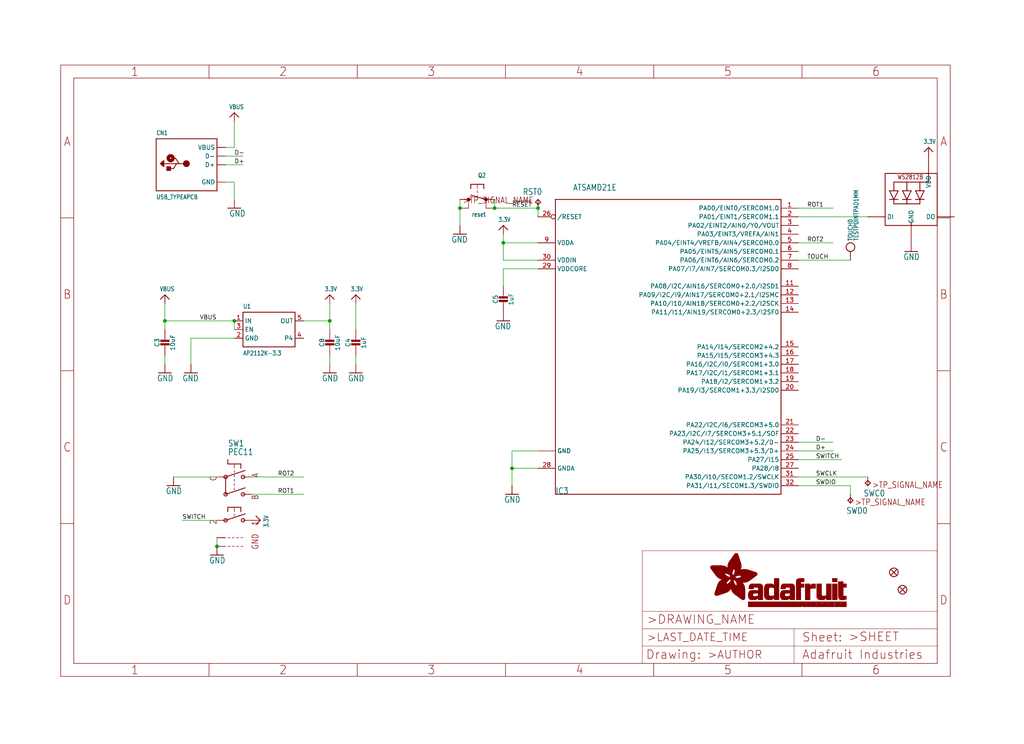
<source format=kicad_sch>
(kicad_sch (version 20211123) (generator eeschema)
  (paper "User" 299.72 217.881)
  (lib_symbols
    (symbol "schematicEagle-eagle-import:3.3V" (power)
      (property "Value" "3.3V" (at -1.524 1.016 0))
      (symbol "3.3V_1_0"
        (pin power_in line (at 0 -2.54 90) (length 2.54) (name "3.3V") (number "1"))
      )
    )
    (symbol "schematicEagle-eagle-import:ATSAMD21E"
      (property "Reference" "IC" (at -35.56 -43.18 0))
      (property "Value" "ATSAMD21E" (at -30.48 45.72 0))
      (symbol "ATSAMD21E_1_0"
        (pin bidirectional line (at 35.56 40.64 180) (length 5.08) (name "PA00/EINT0/SERCOM1.0") (number "1"))
        (pin power_in line (at -40.64 -30.48 0) (length 5.08) (name "GND") (number "10"))
        (pin bidirectional line (at 35.56 17.78 180) (length 5.08) (name "PA08/I2C/AIN16/SERCOM0+2.0/I2SD1") (number "11"))
        (pin bidirectional line (at 35.56 15.24 180) (length 5.08) (name "PA09/I2C/I9/AIN17/SERCOM0+2.1/I2SMC") (number "12"))
        (pin bidirectional line (at 35.56 12.7 180) (length 5.08) (name "PA10/I10/AIN18/SERCOM0+2.2/I2SCK") (number "13"))
        (pin bidirectional line (at 35.56 10.16 180) (length 5.08) (name "PA11/I11/AIN19/SERCOM0+2.3/I2SF0") (number "14"))
        (pin bidirectional line (at 35.56 0 180) (length 5.08) (name "PA14/I14/SERCOM2+4.2") (number "15"))
        (pin bidirectional line (at 35.56 -2.54 180) (length 5.08) (name "PA15/I15/SERCOM3+4.3") (number "16"))
        (pin bidirectional line (at 35.56 -5.08 180) (length 5.08) (name "PA16/I2C/I0/SERCOM1+3.0") (number "17"))
        (pin bidirectional line (at 35.56 -7.62 180) (length 5.08) (name "PA17/I2C/I1/SERCOM1+3.1") (number "18"))
        (pin bidirectional line (at 35.56 -10.16 180) (length 5.08) (name "PA18/I2/SERCOM1+3.2") (number "19"))
        (pin bidirectional line (at 35.56 38.1 180) (length 5.08) (name "PA01/EINT1/SERCOM1.1") (number "2"))
        (pin bidirectional line (at 35.56 -12.7 180) (length 5.08) (name "PA19/I3/SERCOM1+3.3/I2SD0") (number "20"))
        (pin bidirectional line (at 35.56 -22.86 180) (length 5.08) (name "PA22/I2C/I6/SERCOM3+5.0") (number "21"))
        (pin bidirectional line (at 35.56 -25.4 180) (length 5.08) (name "PA23/I2C/I7/SERCOM3+5.1/SOF") (number "22"))
        (pin bidirectional line (at 35.56 -27.94 180) (length 5.08) (name "PA24/I12/SERCOM3+5.2/D-") (number "23"))
        (pin bidirectional line (at 35.56 -30.48 180) (length 5.08) (name "PA25/I13/SERCOM3+5.3/D+") (number "24"))
        (pin bidirectional line (at 35.56 -33.02 180) (length 5.08) (name "PA27/I15") (number "25"))
        (pin bidirectional inverted (at -40.64 38.1 0) (length 5.08) (name "/RESET") (number "26"))
        (pin bidirectional line (at 35.56 -35.56 180) (length 5.08) (name "PA28/I8") (number "27"))
        (pin power_in line (at -40.64 -35.56 0) (length 5.08) (name "GNDA") (number "28"))
        (pin power_in line (at -40.64 22.86 0) (length 5.08) (name "VDDCORE") (number "29"))
        (pin bidirectional line (at 35.56 35.56 180) (length 5.08) (name "PA02/EINT2/AIN0/Y0/VOUT") (number "3"))
        (pin power_in line (at -40.64 25.4 0) (length 5.08) (name "VDDIN") (number "30"))
        (pin bidirectional line (at 35.56 -38.1 180) (length 5.08) (name "PA30/I10/SECOM1.2/SWCLK") (number "31"))
        (pin bidirectional line (at 35.56 -40.64 180) (length 5.08) (name "PA31/I11/SECOM1.3/SWDIO") (number "32"))
        (pin power_in line (at -40.64 -30.48 0) (length 5.08) (name "GND") (number "33"))
        (pin bidirectional line (at 35.56 33.02 180) (length 5.08) (name "PA03/EINT3/VREFA/AIN1") (number "4"))
        (pin bidirectional line (at 35.56 30.48 180) (length 5.08) (name "PA04/EINT4/VREFB/AIN4/SERCOM0.0") (number "5"))
        (pin bidirectional line (at 35.56 27.94 180) (length 5.08) (name "PA05/EINT5/AIN5/SERCOM0.1") (number "6"))
        (pin bidirectional line (at 35.56 25.4 180) (length 5.08) (name "PA06/EINT6/AIN6/SERCOM0.2") (number "7"))
        (pin bidirectional line (at 35.56 22.86 180) (length 5.08) (name "PA07/I7/AIN7/SERCOM0.3/I2SD0") (number "8"))
        (pin power_in line (at -40.64 30.48 0) (length 5.08) (name "VDDA") (number "9"))
      )
    )
    (symbol "schematicEagle-eagle-import:CAP_CERAMIC0603_NO"
      (property "Reference" "C" (at -2.29 1.25 90))
      (property "Value" "CAP_CERAMIC0603_NO" (at 2.3 1.25 90))
      (symbol "CAP_CERAMIC0603_NO_1_0"
        (pin passive line (at 0 5.08 270) (length 2.54) (name "1") (number "1"))
        (pin passive line (at 0 -2.54 90) (length 2.54) (name "2") (number "2"))
      )
    )
    (symbol "schematicEagle-eagle-import:CAP_CERAMIC0805-NOOUTLINE"
      (property "Reference" "C" (at -2.29 1.25 90))
      (property "Value" "CAP_CERAMIC0805-NOOUTLINE" (at 2.3 1.25 90))
      (symbol "CAP_CERAMIC0805-NOOUTLINE_1_0"
        (pin passive line (at 0 5.08 270) (length 2.54) (name "1") (number "1"))
        (pin passive line (at 0 -2.54 90) (length 2.54) (name "2") (number "2"))
      )
    )
    (symbol "schematicEagle-eagle-import:ENCODER_PLUS_SWITCH_PEC11"
      (property "Reference" "SW" (at -1.905 13.97 0))
      (property "Value" "ENCODER_PLUS_SWITCH_PEC11" (at -1.905 11.43 0))
      (symbol "ENCODER_PLUS_SWITCH_PEC11_1_0"
        (text "1" (at 5.08 -7.62 900) (effects (font (size 1.778 1.5113)) (justify right top)))
        (text "2" (at -5.08 -8.89 900) (effects (font (size 1.778 1.5113)) (justify left bottom)))
        (text "A" (at 5.08 6.35 900) (effects (font (size 1.778 1.5113)) (justify right top)))
        (text "B" (at 5.08 0 900) (effects (font (size 1.778 1.5113)) (justify right top)))
        (text "C" (at -5.08 3.81 900) (effects (font (size 1.778 1.5113)) (justify left bottom)))
        (text "GND" (at 5.08 -11.43 900) (effects (font (size 1.778 1.5113)) (justify right top)))
        (pin passive line (at 5.08 -7.62 180) (length 2.54) (name "P$1") (number "P$1"))
        (pin passive line (at -5.08 -7.62 0) (length 2.54) (name "P$2") (number "P$2"))
        (pin passive line (at 5.08 5.08 180) (length 2.54) (name "P$A") (number "P$A"))
        (pin passive line (at 5.08 0 180) (length 2.54) (name "P$B") (number "P$B"))
        (pin passive line (at -5.08 5.08 0) (length 2.54) (name "P$C") (number "P$C"))
        (pin passive line (at -5.08 -12.7 0) (length 2.54) (name "P$GND1") (number "P$GND1"))
        (pin passive line (at -5.08 -15.24 0) (length 2.54) (name "P$GND2") (number "P$GND2"))
      )
    )
    (symbol "schematicEagle-eagle-import:FIDUCIAL_1MM")
    (symbol "schematicEagle-eagle-import:FRAME_A4_ADAFRUIT"
      (symbol "FRAME_A4_ADAFRUIT_0_0"
        (text "1" (at 21.6958 1.905 0) (effects (font (size 2.54 2.286))))
        (text "1" (at 21.6958 177.165 0) (effects (font (size 2.54 2.286))))
        (text "2" (at 65.0875 1.905 0) (effects (font (size 2.54 2.286))))
        (text "2" (at 65.0875 177.165 0) (effects (font (size 2.54 2.286))))
        (text "3" (at 108.4792 1.905 0) (effects (font (size 2.54 2.286))))
        (text "3" (at 108.4792 177.165 0) (effects (font (size 2.54 2.286))))
        (text "4" (at 151.8708 1.905 0) (effects (font (size 2.54 2.286))))
        (text "4" (at 151.8708 177.165 0) (effects (font (size 2.54 2.286))))
        (text "5" (at 195.2625 1.905 0) (effects (font (size 2.54 2.286))))
        (text "5" (at 195.2625 177.165 0) (effects (font (size 2.54 2.286))))
        (text "6" (at 238.6542 1.905 0) (effects (font (size 2.54 2.286))))
        (text "6" (at 238.6542 177.165 0) (effects (font (size 2.54 2.286))))
        (text "A" (at 1.905 156.6863 0) (effects (font (size 2.54 2.286))))
        (text "A" (at 258.445 156.6863 0) (effects (font (size 2.54 2.286))))
        (text "B" (at 1.905 111.9188 0) (effects (font (size 2.54 2.286))))
        (text "B" (at 258.445 111.9188 0) (effects (font (size 2.54 2.286))))
        (text "C" (at 1.905 67.1513 0) (effects (font (size 2.54 2.286))))
        (text "C" (at 258.445 67.1513 0) (effects (font (size 2.54 2.286))))
        (text "D" (at 1.905 22.3838 0) (effects (font (size 2.54 2.286))))
        (text "D" (at 258.445 22.3838 0) (effects (font (size 2.54 2.286))))
      )
      (symbol "FRAME_A4_ADAFRUIT_1_0"
        (text ">AUTHOR" (at 189.23 5.08 0) (effects (font (size 2.286 2.286)) (justify left bottom)))
        (text ">DRAWING_NAME" (at 171.45 15.24 0) (effects (font (size 2.54 2.54)) (justify left bottom)))
        (text ">LAST_DATE_TIME" (at 171.45 10.16 0) (effects (font (size 2.286 2.286)) (justify left bottom)))
        (text ">SHEET" (at 230.505 10.16 0) (effects (font (size 2.54 2.54)) (justify left bottom)))
        (text "Adafruit Industries" (at 216.916 4.953 0) (effects (font (size 2.54 2.54)) (justify left bottom)))
        (text "Drawing:" (at 171.196 4.953 0) (effects (font (size 2.54 2.54)) (justify left bottom)))
        (text "Sheet:" (at 216.916 10.033 0) (effects (font (size 2.54 2.54)) (justify left bottom)))
      )
    )
    (symbol "schematicEagle-eagle-import:GND" (power)
      (property "Value" "GND" (at -2.54 -2.54 0))
      (symbol "GND_1_0"
        (pin power_in line (at 0 2.54 270) (length 2.54) (name "GND") (number "1"))
      )
    )
    (symbol "schematicEagle-eagle-import:SWITCH_TACT_SMT4.6X2.8"
      (property "Reference" "SW" (at -2.54 6.35 0))
      (property "Value" "SWITCH_TACT_SMT4.6X2.8" (at -2.54 -5.08 0))
      (symbol "SWITCH_TACT_SMT4.6X2.8_1_0"
        (pin passive line (at -5.08 0 0) (length 2.54) (name "P") (number "A"))
        (pin passive line (at -5.08 -2.54 0) (length 2.54) (name "P1") (number "A'"))
        (pin passive line (at 5.08 0 180) (length 2.54) (name "S") (number "B"))
        (pin passive line (at 5.08 -2.54 180) (length 2.54) (name "S1") (number "B'"))
      )
    )
    (symbol "schematicEagle-eagle-import:TESTPOINTPAD1MM"
      (property "Reference" "TP" (at 0 5.588 90))
      (property "Value" "TESTPOINTPAD1MM" (at 1.651 5.588 90))
      (symbol "TESTPOINTPAD1MM_1_0"
        (pin bidirectional line (at 0 0 90) (length 2.54) (name "P$1") (number "P$1"))
      )
    )
    (symbol "schematicEagle-eagle-import:TPTP16R"
      (property "Reference" "TP" (at -1.27 1.27 0))
      (symbol "TPTP16R_1_0"
        (text ">TP_SIGNAL_NAME" (at 1.27 -1.27 0) (effects (font (size 1.778 1.5113)) (justify left bottom)))
        (pin input line (at 0 -2.54 90) (length 2.54) (name "TP") (number "TP"))
      )
    )
    (symbol "schematicEagle-eagle-import:USB_TYPEAPCB"
      (property "Reference" "X" (at -10.16 8.636 0))
      (property "Value" "USB_TYPEAPCB" (at -10.16 -10.16 0))
      (symbol "USB_TYPEAPCB_1_0"
        (pin power_in line (at 10.16 -5.08 180) (length 2.54) (name "GND") (number "GND"))
        (pin bidirectional line (at 10.16 2.54 180) (length 2.54) (name "D-") (number "USB_NEG"))
        (pin bidirectional line (at 10.16 0 180) (length 2.54) (name "D+") (number "USB_PLUS"))
        (pin power_in line (at 10.16 5.08 180) (length 2.54) (name "VBUS") (number "VCC"))
      )
    )
    (symbol "schematicEagle-eagle-import:VBUS" (power)
      (property "Value" "VBUS" (at -1.524 1.016 0))
      (symbol "VBUS_1_0"
        (pin power_in line (at 0 -2.54 90) (length 2.54) (name "VBUS") (number "1"))
      )
    )
    (symbol "schematicEagle-eagle-import:VREG_SOT23-5"
      (property "Reference" "U" (at -7.62 6.096 0))
      (property "Value" "VREG_SOT23-5" (at -7.62 -7.62 0))
      (symbol "VREG_SOT23-5_1_0"
        (pin power_in line (at -10.16 2.54 0) (length 2.54) (name "IN") (number "1"))
        (pin power_in line (at -10.16 -2.54 0) (length 2.54) (name "GND") (number "2"))
        (pin input line (at -10.16 0 0) (length 2.54) (name "EN") (number "3"))
        (pin bidirectional line (at 10.16 -2.54 180) (length 2.54) (name "P4") (number "4"))
        (pin power_in line (at 10.16 2.54 180) (length 2.54) (name "OUT") (number "5"))
      )
    )
    (symbol "schematicEagle-eagle-import:WS2812B_SK6805_1515"
      (symbol "WS2812B_SK6805_1515_1_0"
        (text "WS2812B" (at -4.064 8.382 0) (effects (font (size 1.27 1.0795)) (justify left bottom)))
        (pin input line (at -12.7 -2.54 0) (length 5.08) (name "DI") (number "1"))
        (pin power_in line (at 5.08 15.24 270) (length 5.08) (name "VDD") (number "2"))
        (pin output line (at 12.7 -2.54 180) (length 5.08) (name "DO") (number "3"))
        (pin power_in line (at 0 -10.16 90) (length 5.08) (name "GND") (number "4"))
      )
    )
  )
  (junction (at 157.48 60.96))
  (junction (at 134.62 60.96))
  (junction (at 147.32 71.12))
  (junction (at 144.78 60.96))
  (junction (at 48.26 93.98))
  (junction (at 149.86 137.16))
  (junction (at 68.58 93.98))
  (junction (at 63.5 160.02))
  (junction (at 96.52 93.98))
  (wire (pts (xy 157.48 60.96) (xy 157.48 63.5)))
  (wire (pts (xy 68.58 53.34) (xy 68.58 58.42)))
  (wire (pts (xy 48.26 93.98) (xy 68.58 93.98)))
  (wire (pts (xy 147.32 71.12) (xy 147.32 68.58)))
  (wire (pts (xy 48.26 106.68) (xy 48.26 104.14)))
  (wire (pts (xy 233.68 139.7) (xy 254 139.7)))
  (wire (pts (xy 149.86 132.08) (xy 149.86 137.16)))
  (wire (pts (xy 66.04 48.26) (xy 71.12 48.26)))
  (wire (pts (xy 134.62 58.42) (xy 134.62 60.96)))
  (wire (pts (xy 73.66 139.7) (xy 88.9 139.7)))
  (wire (pts (xy 233.68 129.54) (xy 243.84 129.54)))
  (wire (pts (xy 63.5 139.7) (xy 50.8 139.7)))
  (wire (pts (xy 96.52 93.98) (xy 88.9 93.98)))
  (wire (pts (xy 96.52 93.98) (xy 96.52 96.52)))
  (wire (pts (xy 149.86 137.16) (xy 149.86 142.24)))
  (wire (pts (xy 147.32 78.74) (xy 147.32 83.82)))
  (wire (pts (xy 233.68 60.96) (xy 243.84 60.96)))
  (wire (pts (xy 68.58 35.56) (xy 68.58 43.18)))
  (wire (pts (xy 157.48 137.16) (xy 149.86 137.16)))
  (wire (pts (xy 66.04 53.34) (xy 68.58 53.34)))
  (wire (pts (xy 73.66 144.78) (xy 88.9 144.78)))
  (wire (pts (xy 144.78 60.96) (xy 157.48 60.96)))
  (wire (pts (xy 157.48 78.74) (xy 147.32 78.74)))
  (wire (pts (xy 157.48 71.12) (xy 147.32 71.12)))
  (wire (pts (xy 96.52 88.9) (xy 96.52 93.98)))
  (wire (pts (xy 68.58 99.06) (xy 55.88 99.06)))
  (wire (pts (xy 68.58 96.52) (xy 68.58 93.98)))
  (wire (pts (xy 233.68 142.24) (xy 248.92 142.24)))
  (wire (pts (xy 233.68 76.2) (xy 248.92 76.2)))
  (wire (pts (xy 48.26 93.98) (xy 48.26 88.9)))
  (wire (pts (xy 248.92 142.24) (xy 248.92 144.78)))
  (wire (pts (xy 66.04 43.18) (xy 68.58 43.18)))
  (wire (pts (xy 48.26 96.52) (xy 48.26 93.98)))
  (wire (pts (xy 157.48 132.08) (xy 149.86 132.08)))
  (wire (pts (xy 233.68 63.5) (xy 254 63.5)))
  (wire (pts (xy 144.78 60.96) (xy 144.78 58.42)))
  (wire (pts (xy 157.48 76.2) (xy 147.32 76.2)))
  (wire (pts (xy 134.62 66.04) (xy 134.62 60.96)))
  (wire (pts (xy 96.52 106.68) (xy 96.52 104.14)))
  (wire (pts (xy 63.5 160.02) (xy 63.5 157.48)))
  (wire (pts (xy 55.88 99.06) (xy 55.88 106.68)))
  (wire (pts (xy 104.14 88.9) (xy 104.14 96.52)))
  (wire (pts (xy 63.5 152.4) (xy 53.34 152.4)))
  (wire (pts (xy 66.04 45.72) (xy 71.12 45.72)))
  (wire (pts (xy 104.14 106.68) (xy 104.14 104.14)))
  (wire (pts (xy 233.68 71.12) (xy 243.84 71.12)))
  (wire (pts (xy 233.68 134.62) (xy 246.38 134.62)))
  (wire (pts (xy 243.84 132.08) (xy 233.68 132.08)))
  (wire (pts (xy 147.32 76.2) (xy 147.32 71.12)))
  (label "TOUCH" (at 236.22 76.2 0) (effects (font (size 1.2446 1.2446))))
  (label "D-" (at 238.76 129.54 0) (effects (font (size 1.2446 1.2446))))
  (label "SWITCH" (at 238.76 134.62 0) (effects (font (size 1.2446 1.2446))))
  (label "D+" (at 68.58 48.26 0) (effects (font (size 1.2446 1.2446))))
  (label "SWITCH" (at 53.34 152.4 0) (effects (font (size 1.2446 1.2446))))
  (label "VBUS" (at 58.42 93.98 0) (effects (font (size 1.2446 1.2446))))
  (label "~{RESET}" (at 149.86 60.96 0) (effects (font (size 1.2446 1.2446))))
  (label "D+" (at 238.76 132.08 0) (effects (font (size 1.2446 1.2446))))
  (label "SWCLK" (at 238.76 139.7 0) (effects (font (size 1.2446 1.2446))))
  (label "ROT2" (at 236.22 71.12 0) (effects (font (size 1.2446 1.2446))))
  (label "ROT1" (at 236.22 60.96 0) (effects (font (size 1.2446 1.2446))))
  (label "ROT2" (at 81.28 139.7 0) (effects (font (size 1.2446 1.2446))))
  (label "D-" (at 68.58 45.72 0) (effects (font (size 1.2446 1.2446))))
  (label "SWDIO" (at 238.76 142.24 0) (effects (font (size 1.2446 1.2446))))
  (label "ROT1" (at 81.28 144.78 0) (effects (font (size 1.2446 1.2446))))
  (symbol (lib_id "schematicEagle-eagle-import:GND") (at 149.86 144.78 0) (mirror y) (unit 1)
    (property "Reference" "#GND18" (effects hide))
    (property "Value" "GND" (at 152.4 147.32 0) (effects (font (size 1.778 1.5113)) (justify left bottom)))
    (property "Footprint" "schematicEagle:" (effects hide))
  )
  (symbol (lib_id "schematicEagle-eagle-import:GND") (at 266.7 73.66 0) (mirror y) (unit 1)
    (property "Reference" "#GND6" (effects hide))
    (property "Value" "GND" (at 269.24 76.2 0) (effects (font (size 1.778 1.5113)) (justify left bottom)))
    (property "Footprint" "schematicEagle:" (effects hide))
  )
  (symbol (lib_id "schematicEagle-eagle-import:FIDUCIAL_1MM") (at 264.16 172.72 0) (unit 1)
    (property "Reference" "FID2" (effects hide))
    (property "Value" "FIDUCIAL_1MM" (effects hide))
    (property "Footprint" "schematicEagle:FIDUCIAL_1MM" (effects hide))
  )
  (symbol (lib_id "schematicEagle-eagle-import:GND") (at 68.58 60.96 0) (unit 1)
    (property "Reference" "#U$2" (effects hide))
    (property "Value" "GND" (at 67.056 63.5 0) (effects (font (size 1.778 1.5113)) (justify left bottom)))
    (property "Footprint" "schematicEagle:" (effects hide))
  )
  (symbol (lib_id "schematicEagle-eagle-import:GND") (at 147.32 93.98 0) (unit 1)
    (property "Reference" "#GND7" (effects hide))
    (property "Value" "GND" (at 144.78 96.52 0) (effects (font (size 1.778 1.5113)) (justify left bottom)))
    (property "Footprint" "schematicEagle:" (effects hide))
  )
  (symbol (lib_id "schematicEagle-eagle-import:FIDUCIAL_1MM") (at 261.62 167.64 0) (unit 1)
    (property "Reference" "FID1" (effects hide))
    (property "Value" "FIDUCIAL_1MM" (effects hide))
    (property "Footprint" "schematicEagle:FIDUCIAL_1MM" (effects hide))
  )
  (symbol (lib_id "schematicEagle-eagle-import:ENCODER_PLUS_SWITCH_PEC11") (at 68.58 144.78 0) (unit 1)
    (property "Reference" "SW1" (at 66.675 130.81 0) (effects (font (size 1.778 1.5113)) (justify left bottom)))
    (property "Value" "PEC11" (at 66.675 133.35 0) (effects (font (size 1.778 1.5113)) (justify left bottom)))
    (property "Footprint" "schematicEagle:PEC11+SWITCH" (effects hide))
  )
  (symbol (lib_id "schematicEagle-eagle-import:TESTPOINTPAD1MM") (at 248.92 76.2 0) (unit 1)
    (property "Reference" "TOUCH0" (at 248.92 70.612 90) (effects (font (size 1.27 1.0795)) (justify left)))
    (property "Value" "TESTPOINTPAD1MM" (at 250.571 70.612 90) (effects (font (size 1.27 1.0795)) (justify left)))
    (property "Footprint" "schematicEagle:TESTPOINT_PAD_1MM" (effects hide))
  )
  (symbol (lib_id "schematicEagle-eagle-import:GND") (at 104.14 109.22 0) (mirror y) (unit 1)
    (property "Reference" "#GND5" (effects hide))
    (property "Value" "GND" (at 106.68 111.76 0) (effects (font (size 1.778 1.5113)) (justify left bottom)))
    (property "Footprint" "schematicEagle:" (effects hide))
  )
  (symbol (lib_id "schematicEagle-eagle-import:3.3V") (at 104.14 86.36 0) (unit 1)
    (property "Reference" "#U$20" (effects hide))
    (property "Value" "3.3V" (at 102.616 85.344 0) (effects (font (size 1.27 1.0795)) (justify left bottom)))
    (property "Footprint" "schematicEagle:" (effects hide))
  )
  (symbol (lib_id "schematicEagle-eagle-import:CAP_CERAMIC0603_NO") (at 104.14 101.6 0) (unit 1)
    (property "Reference" "C4" (at 101.85 100.35 90))
    (property "Value" "1uF" (at 106.44 100.35 90))
    (property "Footprint" "schematicEagle:0603-NO" (effects hide))
  )
  (symbol (lib_id "schematicEagle-eagle-import:VBUS") (at 68.58 33.02 0) (unit 1)
    (property "Reference" "#U$15" (effects hide))
    (property "Value" "VBUS" (at 67.056 32.004 0) (effects (font (size 1.27 1.0795)) (justify left bottom)))
    (property "Footprint" "schematicEagle:" (effects hide))
  )
  (symbol (lib_id "schematicEagle-eagle-import:GND") (at 134.62 68.58 0) (unit 1)
    (property "Reference" "#GND14" (effects hide))
    (property "Value" "GND" (at 132.08 71.12 0) (effects (font (size 1.778 1.5113)) (justify left bottom)))
    (property "Footprint" "schematicEagle:" (effects hide))
  )
  (symbol (lib_id "schematicEagle-eagle-import:GND") (at 55.88 109.22 0) (unit 1)
    (property "Reference" "#GND11" (effects hide))
    (property "Value" "GND" (at 53.34 111.76 0) (effects (font (size 1.778 1.5113)) (justify left bottom)))
    (property "Footprint" "schematicEagle:" (effects hide))
  )
  (symbol (lib_id "schematicEagle-eagle-import:VREG_SOT23-5") (at 78.74 96.52 0) (unit 1)
    (property "Reference" "U1" (at 71.12 90.424 0) (effects (font (size 1.27 1.0795)) (justify left bottom)))
    (property "Value" "AP2112K-3.3" (at 71.12 104.14 0) (effects (font (size 1.27 1.0795)) (justify left bottom)))
    (property "Footprint" "schematicEagle:SOT23-5" (effects hide))
  )
  (symbol (lib_id "schematicEagle-eagle-import:SWITCH_TACT_SMT4.6X2.8") (at 139.7 58.42 0) (mirror y) (unit 1)
    (property "Reference" "Q2" (at 142.24 52.07 0) (effects (font (size 1.27 1.0795)) (justify left bottom)))
    (property "Value" "reset" (at 142.24 63.5 0) (effects (font (size 1.27 1.0795)) (justify left bottom)))
    (property "Footprint" "schematicEagle:BTN_KMR2_4.6X2.8" (effects hide))
  )
  (symbol (lib_id "schematicEagle-eagle-import:VBUS") (at 48.26 86.36 0) (unit 1)
    (property "Reference" "#U$13" (effects hide))
    (property "Value" "VBUS" (at 46.736 85.344 0) (effects (font (size 1.27 1.0795)) (justify left bottom)))
    (property "Footprint" "schematicEagle:" (effects hide))
  )
  (symbol (lib_id "schematicEagle-eagle-import:WS2812B_SK6805_1515") (at 266.7 60.96 0) (unit 1)
    (property "Reference" "LED1" (effects hide))
    (property "Value" "WS2812B_SK6805_1515" (effects hide))
    (property "Footprint" "schematicEagle:SK6805_1515" (effects hide))
  )
  (symbol (lib_id "schematicEagle-eagle-import:GND") (at 96.52 109.22 0) (mirror y) (unit 1)
    (property "Reference" "#GND12" (effects hide))
    (property "Value" "GND" (at 99.06 111.76 0) (effects (font (size 1.778 1.5113)) (justify left bottom)))
    (property "Footprint" "schematicEagle:" (effects hide))
  )
  (symbol (lib_id "schematicEagle-eagle-import:TPTP16R") (at 254 142.24 0) (mirror x) (unit 1)
    (property "Reference" "SWC0" (at 252.73 143.51 0) (effects (font (size 1.778 1.5113)) (justify left bottom)))
    (property "Value" "TPTP16R" (effects hide))
    (property "Footprint" "schematicEagle:TP16R" (effects hide))
  )
  (symbol (lib_id "schematicEagle-eagle-import:3.3V") (at 76.2 152.4 270) (unit 1)
    (property "Reference" "#U$4" (effects hide))
    (property "Value" "3.3V" (at 77.216 150.876 0) (effects (font (size 1.27 1.0795)) (justify left bottom)))
    (property "Footprint" "schematicEagle:" (effects hide))
  )
  (symbol (lib_id "schematicEagle-eagle-import:FRAME_A4_ADAFRUIT") (at 17.78 198.12 0) (unit 1)
    (property "Reference" "#U$1" (effects hide))
    (property "Value" "FRAME_A4_ADAFRUIT" (effects hide))
    (property "Footprint" "schematicEagle:" (effects hide))
  )
  (symbol (lib_id "schematicEagle-eagle-import:ATSAMD21E") (at 198.12 101.6 0) (unit 1)
    (property "Reference" "IC3" (at 162.56 144.78 0) (effects (font (size 1.778 1.5113)) (justify left bottom)))
    (property "Value" "ATSAMD21E" (at 167.64 55.88 0) (effects (font (size 1.778 1.5113)) (justify left bottom)))
    (property "Footprint" "schematicEagle:QFN32_5MM" (effects hide))
  )
  (symbol (lib_id "schematicEagle-eagle-import:GND") (at 50.8 142.24 0) (mirror y) (unit 1)
    (property "Reference" "#GND4" (effects hide))
    (property "Value" "GND" (at 53.34 144.78 0) (effects (font (size 1.778 1.5113)) (justify left bottom)))
    (property "Footprint" "schematicEagle:" (effects hide))
  )
  (symbol (lib_id "schematicEagle-eagle-import:CAP_CERAMIC0805-NOOUTLINE") (at 96.52 101.6 0) (unit 1)
    (property "Reference" "C8" (at 94.23 100.35 90))
    (property "Value" "10uF" (at 98.82 100.35 90))
    (property "Footprint" "schematicEagle:0805-NO" (effects hide))
  )
  (symbol (lib_id "schematicEagle-eagle-import:CAP_CERAMIC0805-NOOUTLINE") (at 48.26 101.6 0) (unit 1)
    (property "Reference" "C3" (at 45.97 100.35 90))
    (property "Value" "10uF" (at 50.56 100.35 90))
    (property "Footprint" "schematicEagle:0805-NO" (effects hide))
  )
  (symbol (lib_id "schematicEagle-eagle-import:3.3V") (at 96.52 86.36 0) (unit 1)
    (property "Reference" "#U$17" (effects hide))
    (property "Value" "3.3V" (at 94.996 85.344 0) (effects (font (size 1.27 1.0795)) (justify left bottom)))
    (property "Footprint" "schematicEagle:" (effects hide))
  )
  (symbol (lib_id "schematicEagle-eagle-import:USB_TYPEAPCB") (at 55.88 48.26 0) (unit 1)
    (property "Reference" "CN1" (at 45.72 39.624 0) (effects (font (size 1.27 1.0795)) (justify left bottom)))
    (property "Value" "USB_TYPEAPCB" (at 45.72 58.42 0) (effects (font (size 1.27 1.0795)) (justify left bottom)))
    (property "Footprint" "schematicEagle:USBA_PCB" (effects hide))
  )
  (symbol (lib_id "schematicEagle-eagle-import:GND") (at 63.5 162.56 0) (mirror y) (unit 1)
    (property "Reference" "#GND1" (effects hide))
    (property "Value" "GND" (at 66.04 165.1 0) (effects (font (size 1.778 1.5113)) (justify left bottom)))
    (property "Footprint" "schematicEagle:" (effects hide))
  )
  (symbol (lib_id "schematicEagle-eagle-import:TPTP16R") (at 248.92 147.32 0) (mirror x) (unit 1)
    (property "Reference" "SWD0" (at 247.65 148.59 0) (effects (font (size 1.778 1.5113)) (justify left bottom)))
    (property "Value" "TPTP16R" (effects hide))
    (property "Footprint" "schematicEagle:TP16R" (effects hide))
  )
  (symbol (lib_id "schematicEagle-eagle-import:3.3V") (at 147.32 66.04 0) (unit 1)
    (property "Reference" "#U$18" (effects hide))
    (property "Value" "3.3V" (at 145.796 65.024 0) (effects (font (size 1.27 1.0795)) (justify left bottom)))
    (property "Footprint" "schematicEagle:" (effects hide))
  )
  (symbol (lib_id "schematicEagle-eagle-import:TPTP16R") (at 157.48 58.42 0) (mirror y) (unit 1)
    (property "Reference" "RST0" (at 158.75 57.15 0) (effects (font (size 1.778 1.5113)) (justify left bottom)))
    (property "Value" "TPTP16R" (effects hide))
    (property "Footprint" "schematicEagle:TP16R" (effects hide))
  )
  (symbol (lib_id "schematicEagle-eagle-import:GND") (at 48.26 109.22 0) (mirror y) (unit 1)
    (property "Reference" "#GND3" (effects hide))
    (property "Value" "GND" (at 50.8 111.76 0) (effects (font (size 1.778 1.5113)) (justify left bottom)))
    (property "Footprint" "schematicEagle:" (effects hide))
  )
  (symbol (lib_id "schematicEagle-eagle-import:CAP_CERAMIC0603_NO") (at 147.32 88.9 0) (unit 1)
    (property "Reference" "C5" (at 145.03 87.65 90))
    (property "Value" "1uF" (at 149.62 87.65 90))
    (property "Footprint" "schematicEagle:0603-NO" (effects hide))
  )
  (symbol (lib_id "schematicEagle-eagle-import:3.3V") (at 271.78 43.18 0) (unit 1)
    (property "Reference" "#U$3" (effects hide))
    (property "Value" "3.3V" (at 270.256 42.164 0) (effects (font (size 1.27 1.0795)) (justify left bottom)))
    (property "Footprint" "schematicEagle:" (effects hide))
  )
)
</source>
